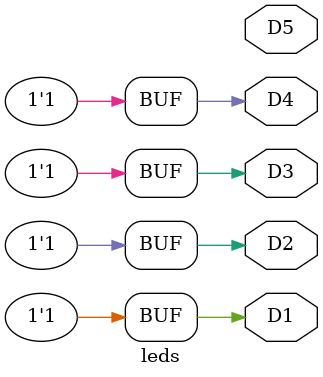
<source format=v>

module leds(output wire D1,
            output wire D2,
            output wire D3,
            output wire D4,
            output wire D5);

assign D1 = 1'b1;
assign D2 = 1'b1;
assign D3 = 1'b1;
assign D4 = 1'b1;

endmodule

</source>
